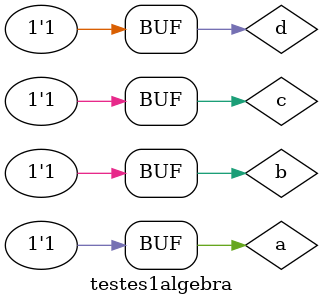
<source format=v>



module s1algebra (s1,a,b,c,d);
output s1;
input a,b,c,d;
wire t1,t2,t3,t4,t5,t,t7,t8;

xor XOR1 (t1,a,c);
xor XOR2 (t2,b,c);
xor XOR3 (t3,a,b);
xor XOR4 (t4,b,d);

and AND1 (t5, t1,d);
and AND2 (t6, t2,d);
and AND3 (t7, t3,c);
and AND4 (t8, t4,a);

or OR1 (s1,t5,t6,t7,t8);

endmodule //fim s1algebra

// ---------------------
// -- teste s1 algebra
// ---------------------

module testes1algebra;

wire s1;
reg a,b,c,d;

s1algebra Teste (s1,a,b,c,d);

 initial begin
      $display("\na  b   c   d  s1\n");
      $monitor("%b  %b   %b   %b  %b", a, b, c, d, s1);
  
	     a=0; b=0; c=0; d=0;  
    #1  a=0; b=0; c=0; d=1;
    #1  a=0; b=0; c=1; d=0;
    #1  a=0; b=0; c=1; d=1;
    #1  a=0; b=1; c=0; d=0;
 	 #1  a=0; b=1; c=0; d=1;
    #1  a=0; b=1; c=1; d=0;
    #1  a=0; b=1; c=1; d=1;
    #1  a=1; b=0; c=0; d=0;
    #1  a=1; b=0; c=0; d=1;
    #1  a=1; b=0; c=1; d=0;
    #1  a=1; b=0; c=1; d=1;
    #1  a=1; b=1; c=0; d=0;
    #1  a=1; b=1; c=0; d=1;
    #1  a=1; b=1; c=1; d=0;
    #1  a=1; b=1; c=1; d=1;
        
    end
    endmodule

//fim testes1algebra
</source>
